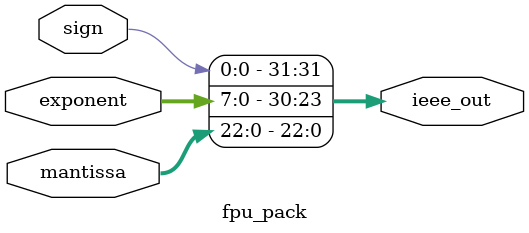
<source format=v>

module fpu_pack (
    input  wire        sign,
    input  wire [7:0]  exponent,
    input  wire [22:0] mantissa,      // 23-bit mantissa (without implicit 1)

    output wire [31:0] ieee_out
);

    // ========================================================================
    // Pack into IEEE 754 Format
    // ========================================================================
    // [31]    : Sign
    // [30:23] : Exponent
    // [22:0]  : Mantissa

    assign ieee_out = {sign, exponent, mantissa};

endmodule

</source>
